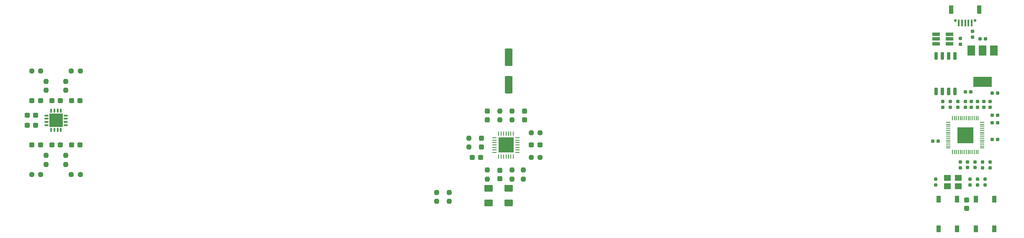
<source format=gbr>
%TF.GenerationSoftware,KiCad,Pcbnew,(6.0.6)*%
%TF.CreationDate,2022-07-03T21:37:38+02:00*%
%TF.ProjectId,stencil,7374656e-6369-46c2-9e6b-696361645f70,rev?*%
%TF.SameCoordinates,Original*%
%TF.FileFunction,Soldermask,Top*%
%TF.FilePolarity,Negative*%
%FSLAX46Y46*%
G04 Gerber Fmt 4.6, Leading zero omitted, Abs format (unit mm)*
G04 Created by KiCad (PCBNEW (6.0.6)) date 2022-07-03 21:37:38*
%MOMM*%
%LPD*%
G01*
G04 APERTURE LIST*
G04 Aperture macros list*
%AMRoundRect*
0 Rectangle with rounded corners*
0 $1 Rounding radius*
0 $2 $3 $4 $5 $6 $7 $8 $9 X,Y pos of 4 corners*
0 Add a 4 corners polygon primitive as box body*
4,1,4,$2,$3,$4,$5,$6,$7,$8,$9,$2,$3,0*
0 Add four circle primitives for the rounded corners*
1,1,$1+$1,$2,$3*
1,1,$1+$1,$4,$5*
1,1,$1+$1,$6,$7*
1,1,$1+$1,$8,$9*
0 Add four rect primitives between the rounded corners*
20,1,$1+$1,$2,$3,$4,$5,0*
20,1,$1+$1,$4,$5,$6,$7,0*
20,1,$1+$1,$6,$7,$8,$9,0*
20,1,$1+$1,$8,$9,$2,$3,0*%
G04 Aperture macros list end*
%ADD10RoundRect,0.155000X-0.212500X-0.155000X0.212500X-0.155000X0.212500X0.155000X-0.212500X0.155000X0*%
%ADD11RoundRect,0.155000X0.155000X-0.212500X0.155000X0.212500X-0.155000X0.212500X-0.155000X-0.212500X0*%
%ADD12RoundRect,0.237500X-0.300000X-0.237500X0.300000X-0.237500X0.300000X0.237500X-0.300000X0.237500X0*%
%ADD13RoundRect,0.160000X0.160000X-0.197500X0.160000X0.197500X-0.160000X0.197500X-0.160000X-0.197500X0*%
%ADD14RoundRect,0.237500X0.237500X-0.250000X0.237500X0.250000X-0.237500X0.250000X-0.237500X-0.250000X0*%
%ADD15RoundRect,0.237500X-0.250000X-0.237500X0.250000X-0.237500X0.250000X0.237500X-0.250000X0.237500X0*%
%ADD16RoundRect,0.237500X-0.237500X0.250000X-0.237500X-0.250000X0.237500X-0.250000X0.237500X0.250000X0*%
%ADD17RoundRect,0.237500X0.300000X0.237500X-0.300000X0.237500X-0.300000X-0.237500X0.300000X-0.237500X0*%
%ADD18RoundRect,0.250001X0.624999X-0.462499X0.624999X0.462499X-0.624999X0.462499X-0.624999X-0.462499X0*%
%ADD19RoundRect,0.160000X-0.160000X0.197500X-0.160000X-0.197500X0.160000X-0.197500X0.160000X0.197500X0*%
%ADD20RoundRect,0.237500X-0.237500X0.287500X-0.237500X-0.287500X0.237500X-0.287500X0.237500X0.287500X0*%
%ADD21RoundRect,0.225000X0.225000X-0.475000X0.225000X0.475000X-0.225000X0.475000X-0.225000X-0.475000X0*%
%ADD22R,1.560000X0.650000*%
%ADD23R,0.400000X1.350000*%
%ADD24R,0.900000X1.700000*%
%ADD25C,0.550000*%
%ADD26RoundRect,0.237500X0.250000X0.237500X-0.250000X0.237500X-0.250000X-0.237500X0.250000X-0.237500X0*%
%ADD27RoundRect,0.150000X-0.150000X0.650000X-0.150000X-0.650000X0.150000X-0.650000X0.150000X0.650000X0*%
%ADD28RoundRect,0.087500X0.325000X0.087500X-0.325000X0.087500X-0.325000X-0.087500X0.325000X-0.087500X0*%
%ADD29RoundRect,0.087500X0.087500X0.325000X-0.087500X0.325000X-0.087500X-0.325000X0.087500X-0.325000X0*%
%ADD30R,2.700000X2.700000*%
%ADD31RoundRect,0.237500X0.237500X-0.300000X0.237500X0.300000X-0.237500X0.300000X-0.237500X-0.300000X0*%
%ADD32R,0.909599X0.254800*%
%ADD33R,0.254800X0.909599*%
%ADD34R,3.098800X3.098800*%
%ADD35RoundRect,0.050000X-0.387500X-0.050000X0.387500X-0.050000X0.387500X0.050000X-0.387500X0.050000X0*%
%ADD36RoundRect,0.050000X-0.050000X-0.387500X0.050000X-0.387500X0.050000X0.387500X-0.050000X0.387500X0*%
%ADD37R,3.200000X3.200000*%
%ADD38RoundRect,0.155000X-0.155000X0.212500X-0.155000X-0.212500X0.155000X-0.212500X0.155000X0.212500X0*%
%ADD39R,1.400000X1.200000*%
%ADD40RoundRect,0.155000X0.212500X0.155000X-0.212500X0.155000X-0.212500X-0.155000X0.212500X-0.155000X0*%
%ADD41R,1.500000X2.000000*%
%ADD42R,3.800000X2.000000*%
%ADD43RoundRect,0.237500X-0.237500X0.300000X-0.237500X-0.300000X0.237500X-0.300000X0.237500X0.300000X0*%
%ADD44RoundRect,0.250000X0.550000X-1.500000X0.550000X1.500000X-0.550000X1.500000X-0.550000X-1.500000X0*%
G04 APERTURE END LIST*
D10*
%TO.C,C15*%
X243307500Y-82460000D03*
X244442500Y-82460000D03*
%TD*%
D11*
%TO.C,C11*%
X234875000Y-85317500D03*
X234875000Y-84182500D03*
%TD*%
D12*
%TO.C,C3*%
X57137500Y-84000000D03*
X58862500Y-84000000D03*
%TD*%
D11*
%TO.C,C8*%
X236375000Y-85317500D03*
X236375000Y-84182500D03*
%TD*%
D13*
%TO.C,R5*%
X241375000Y-97597500D03*
X241375000Y-96402500D03*
%TD*%
D10*
%TO.C,C16*%
X237907500Y-82250000D03*
X239042500Y-82250000D03*
%TD*%
D14*
%TO.C,R7*%
X146250000Y-99912500D03*
X146250000Y-98087500D03*
%TD*%
D10*
%TO.C,C13*%
X243307500Y-91900000D03*
X244442500Y-91900000D03*
%TD*%
D15*
%TO.C,R1*%
X49087500Y-78000000D03*
X50912500Y-78000000D03*
%TD*%
D14*
%TO.C,R9*%
X133500000Y-104412500D03*
X133500000Y-102587500D03*
%TD*%
%TO.C,R7*%
X56000000Y-96912500D03*
X56000000Y-95087500D03*
%TD*%
D16*
%TO.C,R6*%
X56000000Y-80087500D03*
X56000000Y-81912500D03*
%TD*%
D17*
%TO.C,C5*%
X54862500Y-93000000D03*
X53137500Y-93000000D03*
%TD*%
%TO.C,C4*%
X58862500Y-93000000D03*
X57137500Y-93000000D03*
%TD*%
D18*
%TO.C,STEP1*%
X141500000Y-104737500D03*
X141500000Y-101762500D03*
%TD*%
D19*
%TO.C,FB1*%
X239375000Y-69902500D03*
X239375000Y-71097500D03*
%TD*%
D20*
%TO.C,D1*%
X238125000Y-104125000D03*
X238125000Y-105875000D03*
%TD*%
D21*
%TO.C,SW2*%
X240025000Y-110000000D03*
X240025000Y-104000000D03*
X243725000Y-110000000D03*
X243725000Y-104000000D03*
%TD*%
D22*
%TO.C,U2*%
X232025000Y-70550000D03*
X232025000Y-71500000D03*
X232025000Y-72450000D03*
X234725000Y-72450000D03*
X234725000Y-71500000D03*
X234725000Y-70550000D03*
%TD*%
D11*
%TO.C,C10*%
X237875000Y-85317500D03*
X237875000Y-84182500D03*
%TD*%
D16*
%TO.C,R8*%
X141250000Y-98087500D03*
X141250000Y-99912500D03*
%TD*%
D13*
%TO.C,R1*%
X240375000Y-101097500D03*
X240375000Y-99902500D03*
%TD*%
D23*
%TO.C,J3*%
X239175000Y-68225000D03*
X238525000Y-68225000D03*
X237875000Y-68225000D03*
X237225000Y-68225000D03*
X236575000Y-68225000D03*
D24*
X235050000Y-65550000D03*
D25*
X235875000Y-67700000D03*
X239875000Y-67700000D03*
D24*
X240700000Y-65550000D03*
%TD*%
D26*
%TO.C,R5*%
X151912500Y-90500000D03*
X150087500Y-90500000D03*
%TD*%
D27*
%TO.C,U4*%
X235780000Y-74900000D03*
X234510000Y-74900000D03*
X233240000Y-74900000D03*
X231970000Y-74900000D03*
X231970000Y-82100000D03*
X233240000Y-82100000D03*
X234510000Y-82100000D03*
X235780000Y-82100000D03*
%TD*%
D14*
%TO.C,R2*%
X143750000Y-87912500D03*
X143750000Y-86087500D03*
%TD*%
D13*
%TO.C,R3*%
X242875000Y-97597500D03*
X242875000Y-96402500D03*
%TD*%
D28*
%TO.C,U1*%
X55962500Y-88975000D03*
X55962500Y-88325000D03*
X55962500Y-87675000D03*
X55962500Y-87025000D03*
D29*
X54975000Y-86037500D03*
X54325000Y-86037500D03*
X53675000Y-86037500D03*
X53025000Y-86037500D03*
D28*
X52037500Y-87025000D03*
X52037500Y-87675000D03*
X52037500Y-88325000D03*
X52037500Y-88975000D03*
D29*
X53025000Y-89962500D03*
X53675000Y-89962500D03*
X54325000Y-89962500D03*
X54975000Y-89962500D03*
D30*
X54000000Y-88000000D03*
%TD*%
D26*
%TO.C,R3*%
X58912500Y-99000000D03*
X57087500Y-99000000D03*
%TD*%
D31*
%TO.C,C6*%
X148750000Y-87862500D03*
X148750000Y-86137500D03*
%TD*%
D32*
%TO.C,U1*%
X142652900Y-91500000D03*
X142652900Y-91999999D03*
X142652900Y-92500001D03*
X142652900Y-93000000D03*
X142652900Y-93499999D03*
X142652900Y-94000001D03*
X142652900Y-94500000D03*
D33*
X143500000Y-95347100D03*
X143999999Y-95347100D03*
X144500001Y-95347100D03*
X145000000Y-95347100D03*
X145499999Y-95347100D03*
X146000001Y-95347100D03*
X146500000Y-95347100D03*
D32*
X147347100Y-94500000D03*
X147347100Y-94000001D03*
X147347100Y-93499999D03*
X147347100Y-93000000D03*
X147347100Y-92500001D03*
X147347100Y-91999999D03*
X147347100Y-91500000D03*
D33*
X146500000Y-90652900D03*
X146000001Y-90652900D03*
X145499999Y-90652900D03*
X145000000Y-90652900D03*
X144500001Y-90652900D03*
X143999999Y-90652900D03*
X143500000Y-90652900D03*
D34*
X145000000Y-93000000D03*
%TD*%
D15*
%TO.C,R4*%
X150087500Y-95500000D03*
X151912500Y-95500000D03*
%TD*%
%TO.C,R2*%
X57087500Y-78000000D03*
X58912500Y-78000000D03*
%TD*%
D10*
%TO.C,C4*%
X243307500Y-88500000D03*
X244442500Y-88500000D03*
%TD*%
D26*
%TO.C,R4*%
X50912500Y-99000000D03*
X49087500Y-99000000D03*
%TD*%
D35*
%TO.C,U1*%
X234437500Y-88400000D03*
X234437500Y-88800000D03*
X234437500Y-89200000D03*
X234437500Y-89600000D03*
X234437500Y-90000000D03*
X234437500Y-90400000D03*
X234437500Y-90800000D03*
X234437500Y-91200000D03*
X234437500Y-91600000D03*
X234437500Y-92000000D03*
X234437500Y-92400000D03*
X234437500Y-92800000D03*
X234437500Y-93200000D03*
X234437500Y-93600000D03*
D36*
X235275000Y-94437500D03*
X235675000Y-94437500D03*
X236075000Y-94437500D03*
X236475000Y-94437500D03*
X236875000Y-94437500D03*
X237275000Y-94437500D03*
X237675000Y-94437500D03*
X238075000Y-94437500D03*
X238475000Y-94437500D03*
X238875000Y-94437500D03*
X239275000Y-94437500D03*
X239675000Y-94437500D03*
X240075000Y-94437500D03*
X240475000Y-94437500D03*
D35*
X241312500Y-93600000D03*
X241312500Y-93200000D03*
X241312500Y-92800000D03*
X241312500Y-92400000D03*
X241312500Y-92000000D03*
X241312500Y-91600000D03*
X241312500Y-91200000D03*
X241312500Y-90800000D03*
X241312500Y-90400000D03*
X241312500Y-90000000D03*
X241312500Y-89600000D03*
X241312500Y-89200000D03*
X241312500Y-88800000D03*
X241312500Y-88400000D03*
D36*
X240475000Y-87562500D03*
X240075000Y-87562500D03*
X239675000Y-87562500D03*
X239275000Y-87562500D03*
X238875000Y-87562500D03*
X238475000Y-87562500D03*
X238075000Y-87562500D03*
X237675000Y-87562500D03*
X237275000Y-87562500D03*
X236875000Y-87562500D03*
X236475000Y-87562500D03*
X236075000Y-87562500D03*
X235675000Y-87562500D03*
X235275000Y-87562500D03*
D37*
X237875000Y-91000000D03*
%TD*%
D12*
%TO.C,C4*%
X150137500Y-93000000D03*
X151862500Y-93000000D03*
%TD*%
D11*
%TO.C,C2*%
X242875000Y-85317500D03*
X242875000Y-84182500D03*
%TD*%
D38*
%TO.C,C9*%
X239875000Y-96432500D03*
X239875000Y-97567500D03*
%TD*%
D19*
%TO.C,R2*%
X240375000Y-84152500D03*
X240375000Y-85347500D03*
%TD*%
D11*
%TO.C,C3*%
X233375000Y-85317500D03*
X233375000Y-84182500D03*
%TD*%
D39*
%TO.C,Y1*%
X236475000Y-99650000D03*
X234275000Y-99650000D03*
X234275000Y-101350000D03*
X236475000Y-101350000D03*
%TD*%
D21*
%TO.C,SW1*%
X232525000Y-110000000D03*
X232525000Y-104000000D03*
X236225000Y-110000000D03*
X236225000Y-104000000D03*
%TD*%
D17*
%TO.C,C3*%
X139862500Y-95500000D03*
X138137500Y-95500000D03*
%TD*%
D40*
%TO.C,C17*%
X232442500Y-92200000D03*
X231307500Y-92200000D03*
%TD*%
D17*
%TO.C,C8*%
X49862500Y-89000000D03*
X48137500Y-89000000D03*
%TD*%
D14*
%TO.C,R8*%
X52000000Y-96912500D03*
X52000000Y-95087500D03*
%TD*%
D38*
%TO.C,C5*%
X231875000Y-99932500D03*
X231875000Y-101067500D03*
%TD*%
D31*
%TO.C,C5*%
X141250000Y-87862500D03*
X141250000Y-86137500D03*
%TD*%
D10*
%TO.C,C1*%
X243307500Y-87000000D03*
X244442500Y-87000000D03*
%TD*%
D13*
%TO.C,R6*%
X241875000Y-101097500D03*
X241875000Y-99902500D03*
%TD*%
D10*
%TO.C,C14*%
X240875000Y-71500000D03*
X242010000Y-71500000D03*
%TD*%
D31*
%TO.C,C2*%
X140000000Y-93362500D03*
X140000000Y-91637500D03*
%TD*%
D41*
%TO.C,U3*%
X243675000Y-73850000D03*
D42*
X241375000Y-80150000D03*
D41*
X241375000Y-73850000D03*
X239075000Y-73850000D03*
%TD*%
D19*
%TO.C,R7*%
X236875000Y-71402500D03*
X236875000Y-72597500D03*
%TD*%
D14*
%TO.C,R1*%
X137500000Y-93412500D03*
X137500000Y-91587500D03*
%TD*%
D38*
%TO.C,C7*%
X238375000Y-96432500D03*
X238375000Y-97567500D03*
%TD*%
D17*
%TO.C,C7*%
X49862500Y-87000000D03*
X48137500Y-87000000D03*
%TD*%
D11*
%TO.C,C12*%
X241625000Y-85317500D03*
X241625000Y-84182500D03*
%TD*%
D16*
%TO.C,R10*%
X131000000Y-102587500D03*
X131000000Y-104412500D03*
%TD*%
D19*
%TO.C,R4*%
X239125000Y-84152500D03*
X239125000Y-85347500D03*
%TD*%
D12*
%TO.C,C2*%
X53137500Y-84000000D03*
X54862500Y-84000000D03*
%TD*%
%TO.C,C1*%
X49137500Y-84000000D03*
X50862500Y-84000000D03*
%TD*%
D16*
%TO.C,R6*%
X148500000Y-98087500D03*
X148500000Y-99912500D03*
%TD*%
D18*
%TO.C,EN1*%
X145500000Y-104737500D03*
X145500000Y-101762500D03*
%TD*%
D16*
%TO.C,R5*%
X52000000Y-80087500D03*
X52000000Y-81912500D03*
%TD*%
D38*
%TO.C,C6*%
X238875000Y-99932500D03*
X238875000Y-101067500D03*
%TD*%
D16*
%TO.C,R3*%
X146250000Y-86087500D03*
X146250000Y-87912500D03*
%TD*%
D43*
%TO.C,C1*%
X143750000Y-98137500D03*
X143750000Y-99862500D03*
%TD*%
D44*
%TO.C,C7*%
X145500000Y-80800000D03*
X145500000Y-75200000D03*
%TD*%
D13*
%TO.C,R8*%
X236875000Y-97597500D03*
X236875000Y-96402500D03*
%TD*%
D17*
%TO.C,C6*%
X50862500Y-93000000D03*
X49137500Y-93000000D03*
%TD*%
M02*

</source>
